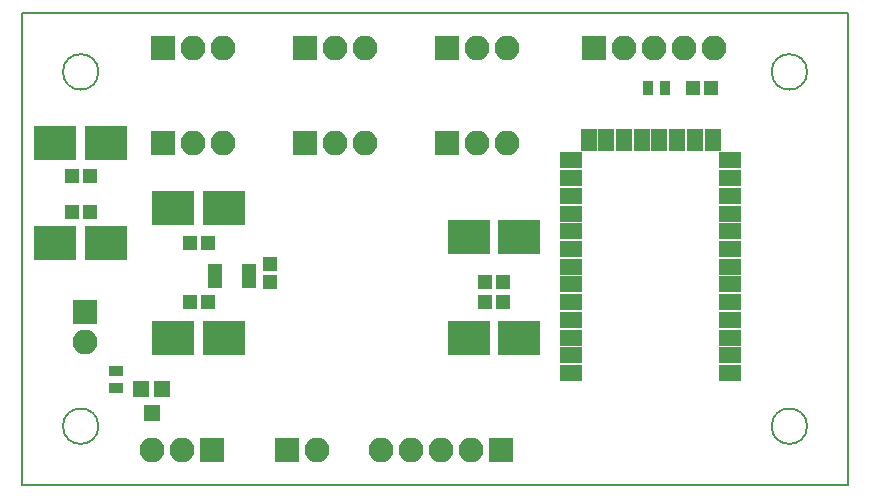
<source format=gbr>
G04 #@! TF.FileFunction,Soldermask,Bot*
%FSLAX46Y46*%
G04 Gerber Fmt 4.6, Leading zero omitted, Abs format (unit mm)*
G04 Created by KiCad (PCBNEW 4.0.7) date 04/04/19 13:25:53*
%MOMM*%
%LPD*%
G01*
G04 APERTURE LIST*
%ADD10C,0.100000*%
%ADD11C,0.150000*%
%ADD12R,1.200000X1.150000*%
%ADD13R,3.600000X2.900000*%
%ADD14R,1.150000X1.200000*%
%ADD15R,2.100000X2.100000*%
%ADD16O,2.100000X2.100000*%
%ADD17R,1.900000X1.400000*%
%ADD18R,1.400000X1.900000*%
%ADD19R,1.300000X2.100000*%
%ADD20R,1.314400X1.314400*%
%ADD21R,0.900000X1.300000*%
%ADD22R,1.300000X0.900000*%
G04 APERTURE END LIST*
D10*
D11*
X-3500000Y-5000000D02*
G75*
G03X-3500000Y-5000000I-1500000J0D01*
G01*
X-3500000Y-35000000D02*
G75*
G03X-3500000Y-35000000I-1500000J0D01*
G01*
X-63500000Y-35000000D02*
G75*
G03X-63500000Y-35000000I-1500000J0D01*
G01*
X-63500000Y-5000000D02*
G75*
G03X-63500000Y-5000000I-1500000J0D01*
G01*
X-70000000Y-40000000D02*
X-70000000Y0D01*
X0Y-40000000D02*
X-70000000Y-40000000D01*
X0Y0D02*
X0Y-40000000D01*
X-70000000Y0D02*
X0Y0D01*
D12*
X-65750000Y-16850000D03*
X-64250000Y-16850000D03*
X-30750000Y-24500000D03*
X-29250000Y-24500000D03*
D13*
X-62850000Y-19500000D03*
X-67150000Y-19500000D03*
X-27850000Y-27500000D03*
X-32150000Y-27500000D03*
X-62850000Y-11000000D03*
X-67150000Y-11000000D03*
X-52850000Y-16500000D03*
X-57150000Y-16500000D03*
D12*
X-65750000Y-13800000D03*
X-64250000Y-13800000D03*
X-55750000Y-19500000D03*
X-54250000Y-19500000D03*
X-55750000Y-24500000D03*
X-54250000Y-24500000D03*
D13*
X-52850000Y-27500000D03*
X-57150000Y-27500000D03*
D12*
X-11650000Y-6400000D03*
X-13150000Y-6400000D03*
D14*
X-49000000Y-21250000D03*
X-49000000Y-22750000D03*
D13*
X-27850000Y-19000000D03*
X-32150000Y-19000000D03*
D12*
X-30750000Y-22750000D03*
X-29250000Y-22750000D03*
D15*
X-34000000Y-11000000D03*
D16*
X-31460000Y-11000000D03*
X-28920000Y-11000000D03*
D15*
X-46000000Y-11000000D03*
D16*
X-43460000Y-11000000D03*
X-40920000Y-11000000D03*
D15*
X-34000000Y-3000000D03*
D16*
X-31460000Y-3000000D03*
X-28920000Y-3000000D03*
D15*
X-58000000Y-11000000D03*
D16*
X-55460000Y-11000000D03*
X-52920000Y-11000000D03*
D15*
X-58000000Y-3000000D03*
D16*
X-55460000Y-3000000D03*
X-52920000Y-3000000D03*
D15*
X-46000000Y-3000000D03*
D16*
X-43460000Y-3000000D03*
X-40920000Y-3000000D03*
D15*
X-21540000Y-3000000D03*
D16*
X-19000000Y-3000000D03*
X-16460000Y-3000000D03*
X-13920000Y-3000000D03*
X-11380000Y-3000000D03*
D15*
X-29380000Y-37000000D03*
D16*
X-31920000Y-37000000D03*
X-34460000Y-37000000D03*
X-37000000Y-37000000D03*
X-39540000Y-37000000D03*
D15*
X-64600000Y-25360000D03*
D16*
X-64600000Y-27900000D03*
D17*
X-10000000Y-30500000D03*
D18*
X-11500000Y-10750000D03*
D17*
X-23500000Y-12500000D03*
X-23500000Y-14000000D03*
X-23500000Y-15500000D03*
X-23500000Y-17000000D03*
X-23500000Y-18500000D03*
X-23500000Y-24500000D03*
X-23500000Y-23000000D03*
X-23500000Y-21500000D03*
X-23500000Y-20000000D03*
X-23500000Y-26000000D03*
X-23500000Y-27500000D03*
X-23500000Y-29000000D03*
X-23500000Y-30500000D03*
X-10000000Y-29000000D03*
X-10000000Y-27500000D03*
X-10000000Y-26000000D03*
X-10000000Y-24500000D03*
X-10000000Y-18500000D03*
X-10000000Y-20000000D03*
X-10000000Y-21500000D03*
X-10000000Y-23000000D03*
X-10000000Y-17000000D03*
X-10000000Y-15500000D03*
X-10000000Y-14000000D03*
X-10000000Y-12500000D03*
D18*
X-13000000Y-10750000D03*
X-22000000Y-10750000D03*
X-20500000Y-10750000D03*
X-16000000Y-10750000D03*
X-14500000Y-10750000D03*
X-17500000Y-10750000D03*
X-19000000Y-10750000D03*
D19*
X-50750000Y-22250000D03*
X-53650000Y-22250000D03*
D20*
X-58111000Y-31818000D03*
X-59889000Y-31818000D03*
X-59000000Y-33850000D03*
D21*
X-15500000Y-6400000D03*
X-17000000Y-6400000D03*
D22*
X-62000000Y-31800000D03*
X-62000000Y-30300000D03*
D15*
X-53920000Y-37000000D03*
D16*
X-56460000Y-37000000D03*
X-59000000Y-37000000D03*
D15*
X-47540000Y-37000000D03*
D16*
X-45000000Y-37000000D03*
M02*

</source>
